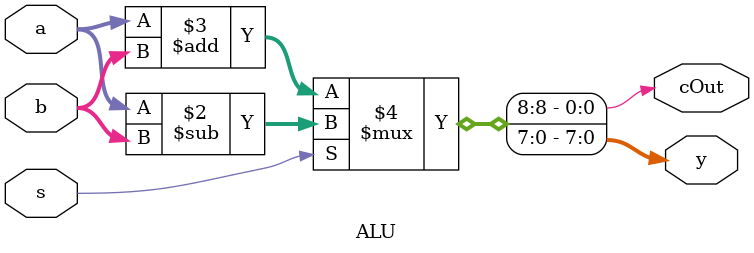
<source format=sv>
`timescale 1ns / 1ps

module ALU #(
    parameter bits = 8
) (
    input logic [bits-1:0] a,
    input logic [bits-1:0] b,
    input logic s,
    output logic [bits-1:0] y,
    output logic cOut
);
  logic [bits-1:0] result;
  logic c;


  always @(*) begin
    {cOut, y} = s ? a - b : a + b;

  end


endmodule

</source>
